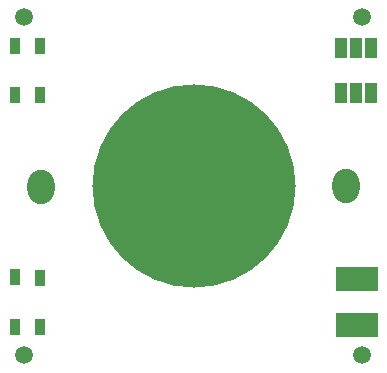
<source format=gbr>
G04 DipTrace 3.2.0.1*
G04 BottomMask.gbr*
%MOIN*%
G04 #@! TF.FileFunction,Soldermask,Bot*
G04 #@! TF.Part,Single*
%AMOUTLINE1*
4,1,4,
0.018668,-0.033483,
-0.018735,-0.033446,
-0.018668,0.033483,
0.018735,0.033446,
0.018668,-0.033483,
0*%
%AMOUTLINE4*
4,1,16,
-0.045255,-0.012331,
-0.040831,-0.031568,
-0.028213,-0.047336,
-0.010003,-0.056067,
0.010191,-0.056033,
0.028371,-0.047241,
0.040935,-0.031431,
0.045296,-0.012179,
0.045255,0.012331,
0.040831,0.031568,
0.028213,0.047336,
0.010003,0.056067,
-0.010191,0.056033,
-0.028371,0.047241,
-0.040935,0.031431,
-0.045296,0.012179,
-0.045255,-0.012331,
0*%
%AMOUTLINE7*
4,1,4,
0.017921,0.025447,
0.017512,-0.025731,
-0.017921,-0.025447,
-0.017512,0.025731,
0.017921,0.025447,
0*%
%AMOUTLINE10*
4,1,4,
-0.017921,-0.025447,
-0.017512,0.025731,
0.017921,0.025447,
0.017512,-0.025731,
-0.017921,-0.025447,
0*%
%ADD29C,0.059055*%
%ADD32C,0.677165*%
%ADD44R,0.141732X0.082677*%
%ADD50OUTLINE1*%
%ADD53OUTLINE4*%
%ADD56OUTLINE7*%
%ADD59OUTLINE10*%
%FSLAX26Y26*%
G04*
G70*
G90*
G75*
G01*
G04 BotMask*
%LPD*%
D44*
X545906Y-310280D3*
Y-463823D3*
D29*
X-562992Y562992D3*
X562992D3*
X-562992Y-562992D3*
X562992D3*
D50*
X593379Y459990D3*
X543378Y460038D3*
X493378Y460088D3*
X593232Y311564D3*
X543234Y311614D3*
X493232Y311663D3*
D53*
X511240Y852D3*
X-504505Y-850D3*
D32*
X3367Y0D3*
D56*
X-509513Y303798D3*
X-594156Y304475D3*
X-508206Y467178D3*
X-592849Y467856D3*
D59*
Y-303798D3*
X-508206Y-304475D3*
X-594156Y-467178D3*
X-509513Y-467856D3*
M02*

</source>
